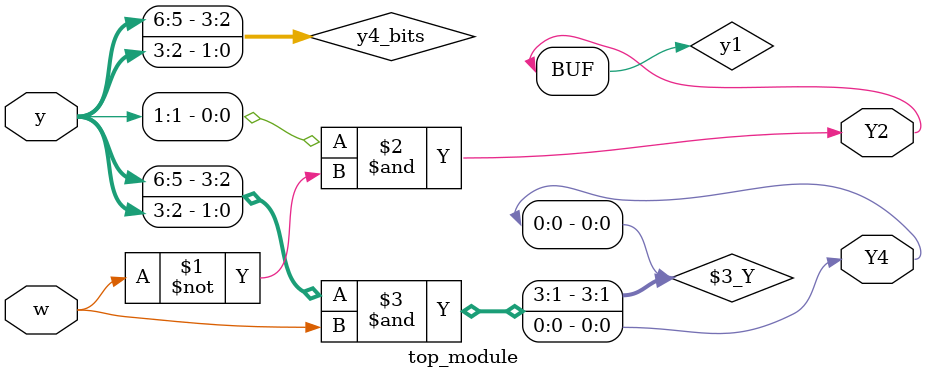
<source format=sv>
module top_module (
	input [6:1] y,
	input w,
	output Y2,
	output Y4
);
	wire y1;
	wire [3:0] y4_bits;
	
	assign y1 = y[1] & ~w;
	assign y4_bits = {y[6], y[5], y[3], y[2]};
	assign Y2 = y1;
	assign Y4 = y4_bits & w;
endmodule

</source>
